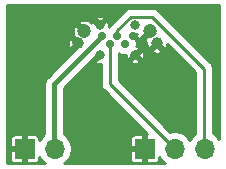
<source format=gbr>
%TF.GenerationSoftware,KiCad,Pcbnew,(5.1.9)-1*%
%TF.CreationDate,2021-11-28T20:12:32-05:00*%
%TF.ProjectId,uUSB male BOB,75555342-206d-4616-9c65-20424f422e6b,rev?*%
%TF.SameCoordinates,Original*%
%TF.FileFunction,Copper,L1,Top*%
%TF.FilePolarity,Positive*%
%FSLAX46Y46*%
G04 Gerber Fmt 4.6, Leading zero omitted, Abs format (unit mm)*
G04 Created by KiCad (PCBNEW (5.1.9)-1) date 2021-11-28 20:12:32*
%MOMM*%
%LPD*%
G01*
G04 APERTURE LIST*
%TA.AperFunction,ComponentPad*%
%ADD10O,1.700000X1.700000*%
%TD*%
%TA.AperFunction,ComponentPad*%
%ADD11R,1.700000X1.700000*%
%TD*%
%TA.AperFunction,ComponentPad*%
%ADD12C,1.000000*%
%TD*%
%TA.AperFunction,ComponentPad*%
%ADD13C,1.200000*%
%TD*%
%TA.AperFunction,ComponentPad*%
%ADD14C,0.800000*%
%TD*%
%TA.AperFunction,ComponentPad*%
%ADD15C,0.700000*%
%TD*%
%TA.AperFunction,Conductor*%
%ADD16C,0.254000*%
%TD*%
%TA.AperFunction,Conductor*%
%ADD17C,0.381000*%
%TD*%
%TA.AperFunction,Conductor*%
%ADD18C,0.100000*%
%TD*%
G04 APERTURE END LIST*
D10*
%TO.P,J3,3*%
%TO.N,/D+*%
X165735000Y-66675000D03*
%TO.P,J3,2*%
%TO.N,/D-*%
X163195000Y-66675000D03*
D11*
%TO.P,J3,1*%
%TO.N,GND*%
X160655000Y-66675000D03*
%TD*%
D10*
%TO.P,J2,2*%
%TO.N,Net-(J1-Pad1)*%
X153035000Y-66675000D03*
D11*
%TO.P,J2,1*%
%TO.N,GND*%
X150495000Y-66675000D03*
%TD*%
D12*
%TO.P,J1,6*%
%TO.N,GND*%
X161670000Y-57755000D03*
D13*
X161145000Y-56715000D03*
D14*
X159845000Y-56215000D03*
X159845000Y-58715000D03*
X156845000Y-58715000D03*
X156845000Y-56215000D03*
D13*
X155545000Y-56715000D03*
D12*
X155020000Y-57755000D03*
D15*
%TO.P,J1,5*%
X159645000Y-57135000D03*
%TO.P,J1,4*%
%TO.N,N/C*%
X158995000Y-57785000D03*
%TO.P,J1,3*%
%TO.N,/D+*%
X158345000Y-57135000D03*
%TO.P,J1,2*%
%TO.N,/D-*%
X157695000Y-57785000D03*
%TO.P,J1,1*%
%TO.N,Net-(J1-Pad1)*%
X157045000Y-57135000D03*
%TD*%
D16*
%TO.N,/D+*%
X165695000Y-59893038D02*
X165695000Y-66675000D01*
X161289961Y-55487999D02*
X165695000Y-59893038D01*
X159496039Y-55487999D02*
X161289961Y-55487999D01*
X158345000Y-56639038D02*
X159496039Y-55487999D01*
X158345000Y-57135000D02*
X158345000Y-56639038D01*
%TO.N,/D-*%
X157695000Y-61175000D02*
X163195000Y-66675000D01*
X157695000Y-57785000D02*
X157695000Y-61175000D01*
D17*
%TO.N,Net-(J1-Pad1)*%
X152995000Y-61185000D02*
X152995000Y-66675000D01*
X157045000Y-57135000D02*
X152995000Y-61185000D01*
%TD*%
D16*
%TO.N,GND*%
X166980000Y-65865345D02*
X166888475Y-65728368D01*
X166681632Y-65521525D01*
X166457000Y-65371431D01*
X166457000Y-59930461D01*
X166460686Y-59893038D01*
X166457000Y-59855612D01*
X166445974Y-59743660D01*
X166402402Y-59600023D01*
X166347701Y-59497685D01*
X166331645Y-59467645D01*
X166260279Y-59380686D01*
X166236422Y-59351616D01*
X166207353Y-59327760D01*
X161855245Y-54975653D01*
X161831383Y-54946577D01*
X161715353Y-54851354D01*
X161582976Y-54780597D01*
X161439339Y-54737025D01*
X161327387Y-54725999D01*
X161327384Y-54725999D01*
X161289961Y-54722313D01*
X161252538Y-54725999D01*
X159533462Y-54725999D01*
X159496039Y-54722313D01*
X159458616Y-54725999D01*
X159458613Y-54725999D01*
X159346661Y-54737025D01*
X159203024Y-54780597D01*
X159141403Y-54813534D01*
X159070646Y-54851354D01*
X158987943Y-54919227D01*
X158954617Y-54946577D01*
X158930760Y-54975647D01*
X157832649Y-56073759D01*
X157803579Y-56097616D01*
X157708355Y-56213646D01*
X157637598Y-56346023D01*
X157637525Y-56346263D01*
X157617237Y-56332708D01*
X157627685Y-56272297D01*
X157623824Y-56118501D01*
X157590034Y-55968414D01*
X157546180Y-55862544D01*
X157414031Y-55825574D01*
X157089605Y-56150000D01*
X156947986Y-56150000D01*
X156757686Y-56187853D01*
X156653230Y-56231120D01*
X156651253Y-56229143D01*
X156665395Y-56215000D01*
X156275969Y-55825574D01*
X156143820Y-55862544D01*
X156097456Y-55982937D01*
X156078436Y-56001956D01*
X156016834Y-55849511D01*
X155838919Y-55774091D01*
X155649709Y-55734829D01*
X155456475Y-55733235D01*
X155266644Y-55769370D01*
X155087509Y-55841845D01*
X155073166Y-55849511D01*
X155011563Y-56001958D01*
X155545000Y-56535395D01*
X155559143Y-56521253D01*
X155738748Y-56700858D01*
X155724605Y-56715000D01*
X155738748Y-56729143D01*
X155559143Y-56908748D01*
X155545000Y-56894605D01*
X155441441Y-56998164D01*
X155432217Y-56971566D01*
X155271456Y-56906200D01*
X155189872Y-56890523D01*
X155365395Y-56715000D01*
X154831958Y-56181563D01*
X154679511Y-56243166D01*
X154604091Y-56421081D01*
X154564829Y-56610291D01*
X154563235Y-56803525D01*
X154599370Y-56993356D01*
X154599831Y-56994496D01*
X154558445Y-57113839D01*
X155020000Y-57575395D01*
X155034143Y-57561253D01*
X155213748Y-57740858D01*
X155199605Y-57755000D01*
X155213748Y-57769143D01*
X155034143Y-57948748D01*
X155020000Y-57934605D01*
X154558445Y-58396161D01*
X154573369Y-58439198D01*
X152439966Y-60572602D01*
X152408459Y-60598459D01*
X152339214Y-60682835D01*
X152305301Y-60724158D01*
X152291698Y-60749608D01*
X152228647Y-60867567D01*
X152181444Y-61023175D01*
X152169500Y-61144447D01*
X152165506Y-61185000D01*
X152169500Y-61225551D01*
X152169501Y-65467314D01*
X152088368Y-65521525D01*
X151881525Y-65728368D01*
X151727450Y-65958958D01*
X151727843Y-65825000D01*
X151720487Y-65750311D01*
X151698701Y-65678492D01*
X151663322Y-65612304D01*
X151615711Y-65554289D01*
X151557696Y-65506678D01*
X151491508Y-65471299D01*
X151419689Y-65449513D01*
X151345000Y-65442157D01*
X150717250Y-65444000D01*
X150622000Y-65539250D01*
X150622000Y-66548000D01*
X150642000Y-66548000D01*
X150642000Y-66802000D01*
X150622000Y-66802000D01*
X150622000Y-67810750D01*
X150717250Y-67906000D01*
X151345000Y-67907843D01*
X151419689Y-67900487D01*
X151491508Y-67878701D01*
X151557696Y-67843322D01*
X151615711Y-67795711D01*
X151663322Y-67737696D01*
X151698701Y-67671508D01*
X151720487Y-67599689D01*
X151727843Y-67525000D01*
X151727450Y-67391042D01*
X151881525Y-67621632D01*
X152088368Y-67828475D01*
X152225345Y-67920000D01*
X148996000Y-67920000D01*
X148996000Y-67525000D01*
X149262157Y-67525000D01*
X149269513Y-67599689D01*
X149291299Y-67671508D01*
X149326678Y-67737696D01*
X149374289Y-67795711D01*
X149432304Y-67843322D01*
X149498492Y-67878701D01*
X149570311Y-67900487D01*
X149645000Y-67907843D01*
X150272750Y-67906000D01*
X150368000Y-67810750D01*
X150368000Y-66802000D01*
X149359250Y-66802000D01*
X149264000Y-66897250D01*
X149262157Y-67525000D01*
X148996000Y-67525000D01*
X148996000Y-65825000D01*
X149262157Y-65825000D01*
X149264000Y-66452750D01*
X149359250Y-66548000D01*
X150368000Y-66548000D01*
X150368000Y-65539250D01*
X150272750Y-65444000D01*
X149645000Y-65442157D01*
X149570311Y-65449513D01*
X149498492Y-65471299D01*
X149432304Y-65506678D01*
X149374289Y-65554289D01*
X149326678Y-65612304D01*
X149291299Y-65678492D01*
X149269513Y-65750311D01*
X149262157Y-65825000D01*
X148996000Y-65825000D01*
X148996000Y-57673968D01*
X154138452Y-57673968D01*
X154139582Y-57847506D01*
X154174546Y-58017489D01*
X154236566Y-58167217D01*
X154378839Y-58216555D01*
X154840395Y-57755000D01*
X154378839Y-57293445D01*
X154236566Y-57342783D01*
X154171200Y-57503544D01*
X154138452Y-57673968D01*
X148996000Y-57673968D01*
X148996000Y-55645969D01*
X156455574Y-55645969D01*
X156845000Y-56035395D01*
X157234426Y-55645969D01*
X157197456Y-55513820D01*
X157053890Y-55458532D01*
X156902297Y-55432315D01*
X156748501Y-55436176D01*
X156598414Y-55469966D01*
X156492544Y-55513820D01*
X156455574Y-55645969D01*
X148996000Y-55645969D01*
X148996000Y-54508000D01*
X166980001Y-54508000D01*
X166980000Y-65865345D01*
%TA.AperFunction,Conductor*%
D18*
G36*
X166980000Y-65865345D02*
G01*
X166888475Y-65728368D01*
X166681632Y-65521525D01*
X166457000Y-65371431D01*
X166457000Y-59930461D01*
X166460686Y-59893038D01*
X166457000Y-59855612D01*
X166445974Y-59743660D01*
X166402402Y-59600023D01*
X166347701Y-59497685D01*
X166331645Y-59467645D01*
X166260279Y-59380686D01*
X166236422Y-59351616D01*
X166207353Y-59327760D01*
X161855245Y-54975653D01*
X161831383Y-54946577D01*
X161715353Y-54851354D01*
X161582976Y-54780597D01*
X161439339Y-54737025D01*
X161327387Y-54725999D01*
X161327384Y-54725999D01*
X161289961Y-54722313D01*
X161252538Y-54725999D01*
X159533462Y-54725999D01*
X159496039Y-54722313D01*
X159458616Y-54725999D01*
X159458613Y-54725999D01*
X159346661Y-54737025D01*
X159203024Y-54780597D01*
X159141403Y-54813534D01*
X159070646Y-54851354D01*
X158987943Y-54919227D01*
X158954617Y-54946577D01*
X158930760Y-54975647D01*
X157832649Y-56073759D01*
X157803579Y-56097616D01*
X157708355Y-56213646D01*
X157637598Y-56346023D01*
X157637525Y-56346263D01*
X157617237Y-56332708D01*
X157627685Y-56272297D01*
X157623824Y-56118501D01*
X157590034Y-55968414D01*
X157546180Y-55862544D01*
X157414031Y-55825574D01*
X157089605Y-56150000D01*
X156947986Y-56150000D01*
X156757686Y-56187853D01*
X156653230Y-56231120D01*
X156651253Y-56229143D01*
X156665395Y-56215000D01*
X156275969Y-55825574D01*
X156143820Y-55862544D01*
X156097456Y-55982937D01*
X156078436Y-56001956D01*
X156016834Y-55849511D01*
X155838919Y-55774091D01*
X155649709Y-55734829D01*
X155456475Y-55733235D01*
X155266644Y-55769370D01*
X155087509Y-55841845D01*
X155073166Y-55849511D01*
X155011563Y-56001958D01*
X155545000Y-56535395D01*
X155559143Y-56521253D01*
X155738748Y-56700858D01*
X155724605Y-56715000D01*
X155738748Y-56729143D01*
X155559143Y-56908748D01*
X155545000Y-56894605D01*
X155441441Y-56998164D01*
X155432217Y-56971566D01*
X155271456Y-56906200D01*
X155189872Y-56890523D01*
X155365395Y-56715000D01*
X154831958Y-56181563D01*
X154679511Y-56243166D01*
X154604091Y-56421081D01*
X154564829Y-56610291D01*
X154563235Y-56803525D01*
X154599370Y-56993356D01*
X154599831Y-56994496D01*
X154558445Y-57113839D01*
X155020000Y-57575395D01*
X155034143Y-57561253D01*
X155213748Y-57740858D01*
X155199605Y-57755000D01*
X155213748Y-57769143D01*
X155034143Y-57948748D01*
X155020000Y-57934605D01*
X154558445Y-58396161D01*
X154573369Y-58439198D01*
X152439966Y-60572602D01*
X152408459Y-60598459D01*
X152339214Y-60682835D01*
X152305301Y-60724158D01*
X152291698Y-60749608D01*
X152228647Y-60867567D01*
X152181444Y-61023175D01*
X152169500Y-61144447D01*
X152165506Y-61185000D01*
X152169500Y-61225551D01*
X152169501Y-65467314D01*
X152088368Y-65521525D01*
X151881525Y-65728368D01*
X151727450Y-65958958D01*
X151727843Y-65825000D01*
X151720487Y-65750311D01*
X151698701Y-65678492D01*
X151663322Y-65612304D01*
X151615711Y-65554289D01*
X151557696Y-65506678D01*
X151491508Y-65471299D01*
X151419689Y-65449513D01*
X151345000Y-65442157D01*
X150717250Y-65444000D01*
X150622000Y-65539250D01*
X150622000Y-66548000D01*
X150642000Y-66548000D01*
X150642000Y-66802000D01*
X150622000Y-66802000D01*
X150622000Y-67810750D01*
X150717250Y-67906000D01*
X151345000Y-67907843D01*
X151419689Y-67900487D01*
X151491508Y-67878701D01*
X151557696Y-67843322D01*
X151615711Y-67795711D01*
X151663322Y-67737696D01*
X151698701Y-67671508D01*
X151720487Y-67599689D01*
X151727843Y-67525000D01*
X151727450Y-67391042D01*
X151881525Y-67621632D01*
X152088368Y-67828475D01*
X152225345Y-67920000D01*
X148996000Y-67920000D01*
X148996000Y-67525000D01*
X149262157Y-67525000D01*
X149269513Y-67599689D01*
X149291299Y-67671508D01*
X149326678Y-67737696D01*
X149374289Y-67795711D01*
X149432304Y-67843322D01*
X149498492Y-67878701D01*
X149570311Y-67900487D01*
X149645000Y-67907843D01*
X150272750Y-67906000D01*
X150368000Y-67810750D01*
X150368000Y-66802000D01*
X149359250Y-66802000D01*
X149264000Y-66897250D01*
X149262157Y-67525000D01*
X148996000Y-67525000D01*
X148996000Y-65825000D01*
X149262157Y-65825000D01*
X149264000Y-66452750D01*
X149359250Y-66548000D01*
X150368000Y-66548000D01*
X150368000Y-65539250D01*
X150272750Y-65444000D01*
X149645000Y-65442157D01*
X149570311Y-65449513D01*
X149498492Y-65471299D01*
X149432304Y-65506678D01*
X149374289Y-65554289D01*
X149326678Y-65612304D01*
X149291299Y-65678492D01*
X149269513Y-65750311D01*
X149262157Y-65825000D01*
X148996000Y-65825000D01*
X148996000Y-57673968D01*
X154138452Y-57673968D01*
X154139582Y-57847506D01*
X154174546Y-58017489D01*
X154236566Y-58167217D01*
X154378839Y-58216555D01*
X154840395Y-57755000D01*
X154378839Y-57293445D01*
X154236566Y-57342783D01*
X154171200Y-57503544D01*
X154138452Y-57673968D01*
X148996000Y-57673968D01*
X148996000Y-55645969D01*
X156455574Y-55645969D01*
X156845000Y-56035395D01*
X157234426Y-55645969D01*
X157197456Y-55513820D01*
X157053890Y-55458532D01*
X156902297Y-55432315D01*
X156748501Y-55436176D01*
X156598414Y-55469966D01*
X156492544Y-55513820D01*
X156455574Y-55645969D01*
X148996000Y-55645969D01*
X148996000Y-54508000D01*
X166980001Y-54508000D01*
X166980000Y-65865345D01*
G37*
%TD.AperFunction*%
D16*
X156933000Y-58595110D02*
X156933000Y-58834890D01*
X156859143Y-58908748D01*
X156845000Y-58894605D01*
X156455574Y-59284031D01*
X156492544Y-59416180D01*
X156636110Y-59471468D01*
X156787703Y-59497685D01*
X156933001Y-59494037D01*
X156933001Y-61137567D01*
X156929314Y-61175000D01*
X156944027Y-61324378D01*
X156987599Y-61468015D01*
X157058355Y-61600392D01*
X157129721Y-61687351D01*
X157153579Y-61716422D01*
X157182649Y-61740279D01*
X160886343Y-65443973D01*
X160877250Y-65444000D01*
X160782000Y-65539250D01*
X160782000Y-66548000D01*
X160802000Y-66548000D01*
X160802000Y-66802000D01*
X160782000Y-66802000D01*
X160782000Y-67810750D01*
X160877250Y-67906000D01*
X161505000Y-67907843D01*
X161579689Y-67900487D01*
X161651508Y-67878701D01*
X161717696Y-67843322D01*
X161775711Y-67795711D01*
X161823322Y-67737696D01*
X161858701Y-67671508D01*
X161880487Y-67599689D01*
X161887843Y-67525000D01*
X161887450Y-67391042D01*
X162041525Y-67621632D01*
X162248368Y-67828475D01*
X162385345Y-67920000D01*
X153844655Y-67920000D01*
X153981632Y-67828475D01*
X154188475Y-67621632D01*
X154253042Y-67525000D01*
X159422157Y-67525000D01*
X159429513Y-67599689D01*
X159451299Y-67671508D01*
X159486678Y-67737696D01*
X159534289Y-67795711D01*
X159592304Y-67843322D01*
X159658492Y-67878701D01*
X159730311Y-67900487D01*
X159805000Y-67907843D01*
X160432750Y-67906000D01*
X160528000Y-67810750D01*
X160528000Y-66802000D01*
X159519250Y-66802000D01*
X159424000Y-66897250D01*
X159422157Y-67525000D01*
X154253042Y-67525000D01*
X154350990Y-67378411D01*
X154462932Y-67108158D01*
X154520000Y-66821260D01*
X154520000Y-66528740D01*
X154462932Y-66241842D01*
X154350990Y-65971589D01*
X154253043Y-65825000D01*
X159422157Y-65825000D01*
X159424000Y-66452750D01*
X159519250Y-66548000D01*
X160528000Y-66548000D01*
X160528000Y-65539250D01*
X160432750Y-65444000D01*
X159805000Y-65442157D01*
X159730311Y-65449513D01*
X159658492Y-65471299D01*
X159592304Y-65506678D01*
X159534289Y-65554289D01*
X159486678Y-65612304D01*
X159451299Y-65678492D01*
X159429513Y-65750311D01*
X159422157Y-65825000D01*
X154253043Y-65825000D01*
X154188475Y-65728368D01*
X153981632Y-65521525D01*
X153820500Y-65413860D01*
X153820500Y-61526932D01*
X156250213Y-59097220D01*
X156275969Y-59104426D01*
X156665395Y-58715000D01*
X156651253Y-58700858D01*
X156830858Y-58521253D01*
X156845000Y-58535395D01*
X156859143Y-58521253D01*
X156933000Y-58595110D01*
%TA.AperFunction,Conductor*%
D18*
G36*
X156933000Y-58595110D02*
G01*
X156933000Y-58834890D01*
X156859143Y-58908748D01*
X156845000Y-58894605D01*
X156455574Y-59284031D01*
X156492544Y-59416180D01*
X156636110Y-59471468D01*
X156787703Y-59497685D01*
X156933001Y-59494037D01*
X156933001Y-61137567D01*
X156929314Y-61175000D01*
X156944027Y-61324378D01*
X156987599Y-61468015D01*
X157058355Y-61600392D01*
X157129721Y-61687351D01*
X157153579Y-61716422D01*
X157182649Y-61740279D01*
X160886343Y-65443973D01*
X160877250Y-65444000D01*
X160782000Y-65539250D01*
X160782000Y-66548000D01*
X160802000Y-66548000D01*
X160802000Y-66802000D01*
X160782000Y-66802000D01*
X160782000Y-67810750D01*
X160877250Y-67906000D01*
X161505000Y-67907843D01*
X161579689Y-67900487D01*
X161651508Y-67878701D01*
X161717696Y-67843322D01*
X161775711Y-67795711D01*
X161823322Y-67737696D01*
X161858701Y-67671508D01*
X161880487Y-67599689D01*
X161887843Y-67525000D01*
X161887450Y-67391042D01*
X162041525Y-67621632D01*
X162248368Y-67828475D01*
X162385345Y-67920000D01*
X153844655Y-67920000D01*
X153981632Y-67828475D01*
X154188475Y-67621632D01*
X154253042Y-67525000D01*
X159422157Y-67525000D01*
X159429513Y-67599689D01*
X159451299Y-67671508D01*
X159486678Y-67737696D01*
X159534289Y-67795711D01*
X159592304Y-67843322D01*
X159658492Y-67878701D01*
X159730311Y-67900487D01*
X159805000Y-67907843D01*
X160432750Y-67906000D01*
X160528000Y-67810750D01*
X160528000Y-66802000D01*
X159519250Y-66802000D01*
X159424000Y-66897250D01*
X159422157Y-67525000D01*
X154253042Y-67525000D01*
X154350990Y-67378411D01*
X154462932Y-67108158D01*
X154520000Y-66821260D01*
X154520000Y-66528740D01*
X154462932Y-66241842D01*
X154350990Y-65971589D01*
X154253043Y-65825000D01*
X159422157Y-65825000D01*
X159424000Y-66452750D01*
X159519250Y-66548000D01*
X160528000Y-66548000D01*
X160528000Y-65539250D01*
X160432750Y-65444000D01*
X159805000Y-65442157D01*
X159730311Y-65449513D01*
X159658492Y-65471299D01*
X159592304Y-65506678D01*
X159534289Y-65554289D01*
X159486678Y-65612304D01*
X159451299Y-65678492D01*
X159429513Y-65750311D01*
X159422157Y-65825000D01*
X154253043Y-65825000D01*
X154188475Y-65728368D01*
X153981632Y-65521525D01*
X153820500Y-65413860D01*
X153820500Y-61526932D01*
X156250213Y-59097220D01*
X156275969Y-59104426D01*
X156665395Y-58715000D01*
X156651253Y-58700858D01*
X156830858Y-58521253D01*
X156845000Y-58535395D01*
X156859143Y-58521253D01*
X156933000Y-58595110D01*
G37*
%TD.AperFunction*%
D16*
X161338748Y-56700858D02*
X161324605Y-56715000D01*
X161500105Y-56890500D01*
X161407511Y-56909546D01*
X161257783Y-56971566D01*
X161248559Y-56998164D01*
X161145000Y-56894605D01*
X160611563Y-57428042D01*
X160673166Y-57580489D01*
X160796378Y-57632720D01*
X160788452Y-57673968D01*
X160789582Y-57847506D01*
X160824546Y-58017489D01*
X160886566Y-58167217D01*
X161028839Y-58216555D01*
X161490395Y-57755000D01*
X161476252Y-57740858D01*
X161655858Y-57561253D01*
X161670000Y-57575395D01*
X161684142Y-57561252D01*
X161863748Y-57740858D01*
X161849605Y-57755000D01*
X162311161Y-58216555D01*
X162453434Y-58167217D01*
X162518800Y-58006456D01*
X162551548Y-57836032D01*
X162551490Y-57827159D01*
X164933000Y-60208669D01*
X164933001Y-65424884D01*
X164788368Y-65521525D01*
X164581525Y-65728368D01*
X164465000Y-65902760D01*
X164348475Y-65728368D01*
X164141632Y-65521525D01*
X163898411Y-65359010D01*
X163628158Y-65247068D01*
X163341260Y-65190000D01*
X163048740Y-65190000D01*
X162830951Y-65233321D01*
X158457000Y-60859370D01*
X158457000Y-59284031D01*
X159455574Y-59284031D01*
X159492544Y-59416180D01*
X159636110Y-59471468D01*
X159787703Y-59497685D01*
X159941499Y-59493824D01*
X160091586Y-59460034D01*
X160197456Y-59416180D01*
X160234426Y-59284031D01*
X159845000Y-58894605D01*
X159455574Y-59284031D01*
X158457000Y-59284031D01*
X158457000Y-58610169D01*
X158528428Y-58657896D01*
X158707686Y-58732147D01*
X158897986Y-58770000D01*
X159065134Y-58770000D01*
X159066176Y-58811499D01*
X159099966Y-58961586D01*
X159143820Y-59067456D01*
X159275969Y-59104426D01*
X159665395Y-58715000D01*
X160024605Y-58715000D01*
X160414031Y-59104426D01*
X160546180Y-59067456D01*
X160601468Y-58923890D01*
X160627685Y-58772297D01*
X160623824Y-58618501D01*
X160590034Y-58468414D01*
X160560106Y-58396161D01*
X161208445Y-58396161D01*
X161257783Y-58538434D01*
X161418544Y-58603800D01*
X161588968Y-58636548D01*
X161762506Y-58635418D01*
X161932489Y-58600454D01*
X162082217Y-58538434D01*
X162131555Y-58396161D01*
X161670000Y-57934605D01*
X161208445Y-58396161D01*
X160560106Y-58396161D01*
X160546180Y-58362544D01*
X160414031Y-58325574D01*
X160024605Y-58715000D01*
X159665395Y-58715000D01*
X159651253Y-58700858D01*
X159830858Y-58521253D01*
X159845000Y-58535395D01*
X160234426Y-58145969D01*
X160197456Y-58013820D01*
X160053890Y-57958532D01*
X159967743Y-57943633D01*
X159980000Y-57882014D01*
X159980000Y-57743257D01*
X159998232Y-57667837D01*
X159970470Y-57640075D01*
X159942147Y-57497686D01*
X159867896Y-57318428D01*
X159760099Y-57157099D01*
X159622901Y-57019901D01*
X159580524Y-56991586D01*
X159610503Y-56961607D01*
X159636110Y-56971468D01*
X159787703Y-56997685D01*
X159941499Y-56993824D01*
X159972836Y-56986769D01*
X159824605Y-57135000D01*
X160177837Y-57488232D01*
X160304953Y-57457503D01*
X160355189Y-57322555D01*
X160371120Y-57223853D01*
X160431958Y-57248437D01*
X160965395Y-56715000D01*
X160951253Y-56700858D01*
X161130858Y-56521253D01*
X161145000Y-56535395D01*
X161159143Y-56521253D01*
X161338748Y-56700858D01*
%TA.AperFunction,Conductor*%
D18*
G36*
X161338748Y-56700858D02*
G01*
X161324605Y-56715000D01*
X161500105Y-56890500D01*
X161407511Y-56909546D01*
X161257783Y-56971566D01*
X161248559Y-56998164D01*
X161145000Y-56894605D01*
X160611563Y-57428042D01*
X160673166Y-57580489D01*
X160796378Y-57632720D01*
X160788452Y-57673968D01*
X160789582Y-57847506D01*
X160824546Y-58017489D01*
X160886566Y-58167217D01*
X161028839Y-58216555D01*
X161490395Y-57755000D01*
X161476252Y-57740858D01*
X161655858Y-57561253D01*
X161670000Y-57575395D01*
X161684142Y-57561252D01*
X161863748Y-57740858D01*
X161849605Y-57755000D01*
X162311161Y-58216555D01*
X162453434Y-58167217D01*
X162518800Y-58006456D01*
X162551548Y-57836032D01*
X162551490Y-57827159D01*
X164933000Y-60208669D01*
X164933001Y-65424884D01*
X164788368Y-65521525D01*
X164581525Y-65728368D01*
X164465000Y-65902760D01*
X164348475Y-65728368D01*
X164141632Y-65521525D01*
X163898411Y-65359010D01*
X163628158Y-65247068D01*
X163341260Y-65190000D01*
X163048740Y-65190000D01*
X162830951Y-65233321D01*
X158457000Y-60859370D01*
X158457000Y-59284031D01*
X159455574Y-59284031D01*
X159492544Y-59416180D01*
X159636110Y-59471468D01*
X159787703Y-59497685D01*
X159941499Y-59493824D01*
X160091586Y-59460034D01*
X160197456Y-59416180D01*
X160234426Y-59284031D01*
X159845000Y-58894605D01*
X159455574Y-59284031D01*
X158457000Y-59284031D01*
X158457000Y-58610169D01*
X158528428Y-58657896D01*
X158707686Y-58732147D01*
X158897986Y-58770000D01*
X159065134Y-58770000D01*
X159066176Y-58811499D01*
X159099966Y-58961586D01*
X159143820Y-59067456D01*
X159275969Y-59104426D01*
X159665395Y-58715000D01*
X160024605Y-58715000D01*
X160414031Y-59104426D01*
X160546180Y-59067456D01*
X160601468Y-58923890D01*
X160627685Y-58772297D01*
X160623824Y-58618501D01*
X160590034Y-58468414D01*
X160560106Y-58396161D01*
X161208445Y-58396161D01*
X161257783Y-58538434D01*
X161418544Y-58603800D01*
X161588968Y-58636548D01*
X161762506Y-58635418D01*
X161932489Y-58600454D01*
X162082217Y-58538434D01*
X162131555Y-58396161D01*
X161670000Y-57934605D01*
X161208445Y-58396161D01*
X160560106Y-58396161D01*
X160546180Y-58362544D01*
X160414031Y-58325574D01*
X160024605Y-58715000D01*
X159665395Y-58715000D01*
X159651253Y-58700858D01*
X159830858Y-58521253D01*
X159845000Y-58535395D01*
X160234426Y-58145969D01*
X160197456Y-58013820D01*
X160053890Y-57958532D01*
X159967743Y-57943633D01*
X159980000Y-57882014D01*
X159980000Y-57743257D01*
X159998232Y-57667837D01*
X159970470Y-57640075D01*
X159942147Y-57497686D01*
X159867896Y-57318428D01*
X159760099Y-57157099D01*
X159622901Y-57019901D01*
X159580524Y-56991586D01*
X159610503Y-56961607D01*
X159636110Y-56971468D01*
X159787703Y-56997685D01*
X159941499Y-56993824D01*
X159972836Y-56986769D01*
X159824605Y-57135000D01*
X160177837Y-57488232D01*
X160304953Y-57457503D01*
X160355189Y-57322555D01*
X160371120Y-57223853D01*
X160431958Y-57248437D01*
X160965395Y-56715000D01*
X160951253Y-56700858D01*
X161130858Y-56521253D01*
X161145000Y-56535395D01*
X161159143Y-56521253D01*
X161338748Y-56700858D01*
G37*
%TD.AperFunction*%
D16*
X159859143Y-56408748D02*
X159845000Y-56394605D01*
X159830858Y-56408748D01*
X159741890Y-56319780D01*
X159811670Y-56249999D01*
X160017891Y-56249999D01*
X159859143Y-56408748D01*
%TA.AperFunction,Conductor*%
D18*
G36*
X159859143Y-56408748D02*
G01*
X159845000Y-56394605D01*
X159830858Y-56408748D01*
X159741890Y-56319780D01*
X159811670Y-56249999D01*
X160017891Y-56249999D01*
X159859143Y-56408748D01*
G37*
%TD.AperFunction*%
%TD*%
M02*

</source>
